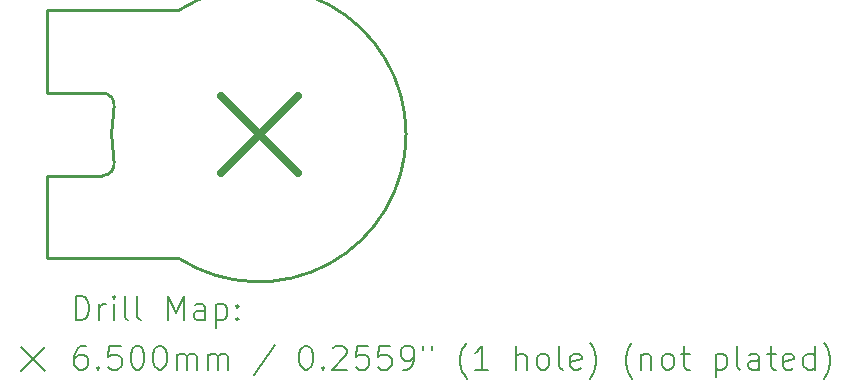
<source format=gbr>
%FSLAX45Y45*%
G04 Gerber Fmt 4.5, Leading zero omitted, Abs format (unit mm)*
G04 Created by KiCad (PCBNEW (6.0.0)) date 2022-07-17 22:10:55*
%MOMM*%
%LPD*%
G01*
G04 APERTURE LIST*
%TA.AperFunction,Profile*%
%ADD10C,0.250000*%
%TD*%
%ADD11C,0.200000*%
%ADD12C,0.650000*%
G04 APERTURE END LIST*
D10*
X20200000Y-15350000D02*
X20200000Y-16050000D01*
X20771620Y-14768518D02*
G75*
G03*
X20673350Y-14650000I-98270J18519D01*
G01*
X21320000Y-16050000D02*
X20200000Y-16050000D01*
X20771620Y-14768518D02*
G75*
G03*
X20771620Y-15231481I1228383J-231482D01*
G01*
X21320000Y-16050000D02*
G75*
G03*
X21320000Y-13950000I675305J1050000D01*
G01*
X21320000Y-13950000D02*
X20200000Y-13950000D01*
X20200000Y-13950000D02*
X20200000Y-14650000D01*
X20673350Y-15350000D02*
X20200000Y-15350000D01*
X20200000Y-14650000D02*
X20673350Y-14650000D01*
X20673350Y-15350000D02*
G75*
G03*
X20771620Y-15231481I0J100000D01*
G01*
D11*
D12*
X21675000Y-14675000D02*
X22325000Y-15325000D01*
X22325000Y-14675000D02*
X21675000Y-15325000D01*
D11*
X20445119Y-16571390D02*
X20445119Y-16371390D01*
X20492738Y-16371390D01*
X20521310Y-16380913D01*
X20540357Y-16399961D01*
X20549881Y-16419009D01*
X20559405Y-16457104D01*
X20559405Y-16485675D01*
X20549881Y-16523771D01*
X20540357Y-16542818D01*
X20521310Y-16561866D01*
X20492738Y-16571390D01*
X20445119Y-16571390D01*
X20645119Y-16571390D02*
X20645119Y-16438056D01*
X20645119Y-16476151D02*
X20654643Y-16457104D01*
X20664167Y-16447580D01*
X20683214Y-16438056D01*
X20702262Y-16438056D01*
X20768929Y-16571390D02*
X20768929Y-16438056D01*
X20768929Y-16371390D02*
X20759405Y-16380913D01*
X20768929Y-16390437D01*
X20778452Y-16380913D01*
X20768929Y-16371390D01*
X20768929Y-16390437D01*
X20892738Y-16571390D02*
X20873690Y-16561866D01*
X20864167Y-16542818D01*
X20864167Y-16371390D01*
X20997500Y-16571390D02*
X20978452Y-16561866D01*
X20968929Y-16542818D01*
X20968929Y-16371390D01*
X21226071Y-16571390D02*
X21226071Y-16371390D01*
X21292738Y-16514247D01*
X21359405Y-16371390D01*
X21359405Y-16571390D01*
X21540357Y-16571390D02*
X21540357Y-16466628D01*
X21530833Y-16447580D01*
X21511786Y-16438056D01*
X21473690Y-16438056D01*
X21454643Y-16447580D01*
X21540357Y-16561866D02*
X21521310Y-16571390D01*
X21473690Y-16571390D01*
X21454643Y-16561866D01*
X21445119Y-16542818D01*
X21445119Y-16523771D01*
X21454643Y-16504723D01*
X21473690Y-16495199D01*
X21521310Y-16495199D01*
X21540357Y-16485675D01*
X21635595Y-16438056D02*
X21635595Y-16638056D01*
X21635595Y-16447580D02*
X21654643Y-16438056D01*
X21692738Y-16438056D01*
X21711786Y-16447580D01*
X21721310Y-16457104D01*
X21730833Y-16476151D01*
X21730833Y-16533294D01*
X21721310Y-16552342D01*
X21711786Y-16561866D01*
X21692738Y-16571390D01*
X21654643Y-16571390D01*
X21635595Y-16561866D01*
X21816548Y-16552342D02*
X21826071Y-16561866D01*
X21816548Y-16571390D01*
X21807024Y-16561866D01*
X21816548Y-16552342D01*
X21816548Y-16571390D01*
X21816548Y-16447580D02*
X21826071Y-16457104D01*
X21816548Y-16466628D01*
X21807024Y-16457104D01*
X21816548Y-16447580D01*
X21816548Y-16466628D01*
X19987500Y-16800914D02*
X20187500Y-17000914D01*
X20187500Y-16800914D02*
X19987500Y-17000914D01*
X20530833Y-16791390D02*
X20492738Y-16791390D01*
X20473690Y-16800914D01*
X20464167Y-16810437D01*
X20445119Y-16839009D01*
X20435595Y-16877104D01*
X20435595Y-16953294D01*
X20445119Y-16972342D01*
X20454643Y-16981866D01*
X20473690Y-16991390D01*
X20511786Y-16991390D01*
X20530833Y-16981866D01*
X20540357Y-16972342D01*
X20549881Y-16953294D01*
X20549881Y-16905675D01*
X20540357Y-16886628D01*
X20530833Y-16877104D01*
X20511786Y-16867580D01*
X20473690Y-16867580D01*
X20454643Y-16877104D01*
X20445119Y-16886628D01*
X20435595Y-16905675D01*
X20635595Y-16972342D02*
X20645119Y-16981866D01*
X20635595Y-16991390D01*
X20626071Y-16981866D01*
X20635595Y-16972342D01*
X20635595Y-16991390D01*
X20826071Y-16791390D02*
X20730833Y-16791390D01*
X20721310Y-16886628D01*
X20730833Y-16877104D01*
X20749881Y-16867580D01*
X20797500Y-16867580D01*
X20816548Y-16877104D01*
X20826071Y-16886628D01*
X20835595Y-16905675D01*
X20835595Y-16953294D01*
X20826071Y-16972342D01*
X20816548Y-16981866D01*
X20797500Y-16991390D01*
X20749881Y-16991390D01*
X20730833Y-16981866D01*
X20721310Y-16972342D01*
X20959405Y-16791390D02*
X20978452Y-16791390D01*
X20997500Y-16800914D01*
X21007024Y-16810437D01*
X21016548Y-16829485D01*
X21026071Y-16867580D01*
X21026071Y-16915199D01*
X21016548Y-16953294D01*
X21007024Y-16972342D01*
X20997500Y-16981866D01*
X20978452Y-16991390D01*
X20959405Y-16991390D01*
X20940357Y-16981866D01*
X20930833Y-16972342D01*
X20921310Y-16953294D01*
X20911786Y-16915199D01*
X20911786Y-16867580D01*
X20921310Y-16829485D01*
X20930833Y-16810437D01*
X20940357Y-16800914D01*
X20959405Y-16791390D01*
X21149881Y-16791390D02*
X21168929Y-16791390D01*
X21187976Y-16800914D01*
X21197500Y-16810437D01*
X21207024Y-16829485D01*
X21216548Y-16867580D01*
X21216548Y-16915199D01*
X21207024Y-16953294D01*
X21197500Y-16972342D01*
X21187976Y-16981866D01*
X21168929Y-16991390D01*
X21149881Y-16991390D01*
X21130833Y-16981866D01*
X21121310Y-16972342D01*
X21111786Y-16953294D01*
X21102262Y-16915199D01*
X21102262Y-16867580D01*
X21111786Y-16829485D01*
X21121310Y-16810437D01*
X21130833Y-16800914D01*
X21149881Y-16791390D01*
X21302262Y-16991390D02*
X21302262Y-16858056D01*
X21302262Y-16877104D02*
X21311786Y-16867580D01*
X21330833Y-16858056D01*
X21359405Y-16858056D01*
X21378452Y-16867580D01*
X21387976Y-16886628D01*
X21387976Y-16991390D01*
X21387976Y-16886628D02*
X21397500Y-16867580D01*
X21416548Y-16858056D01*
X21445119Y-16858056D01*
X21464167Y-16867580D01*
X21473690Y-16886628D01*
X21473690Y-16991390D01*
X21568929Y-16991390D02*
X21568929Y-16858056D01*
X21568929Y-16877104D02*
X21578452Y-16867580D01*
X21597500Y-16858056D01*
X21626071Y-16858056D01*
X21645119Y-16867580D01*
X21654643Y-16886628D01*
X21654643Y-16991390D01*
X21654643Y-16886628D02*
X21664167Y-16867580D01*
X21683214Y-16858056D01*
X21711786Y-16858056D01*
X21730833Y-16867580D01*
X21740357Y-16886628D01*
X21740357Y-16991390D01*
X22130833Y-16781866D02*
X21959405Y-17039009D01*
X22387976Y-16791390D02*
X22407024Y-16791390D01*
X22426071Y-16800914D01*
X22435595Y-16810437D01*
X22445119Y-16829485D01*
X22454643Y-16867580D01*
X22454643Y-16915199D01*
X22445119Y-16953294D01*
X22435595Y-16972342D01*
X22426071Y-16981866D01*
X22407024Y-16991390D01*
X22387976Y-16991390D01*
X22368929Y-16981866D01*
X22359405Y-16972342D01*
X22349881Y-16953294D01*
X22340357Y-16915199D01*
X22340357Y-16867580D01*
X22349881Y-16829485D01*
X22359405Y-16810437D01*
X22368929Y-16800914D01*
X22387976Y-16791390D01*
X22540357Y-16972342D02*
X22549881Y-16981866D01*
X22540357Y-16991390D01*
X22530833Y-16981866D01*
X22540357Y-16972342D01*
X22540357Y-16991390D01*
X22626071Y-16810437D02*
X22635595Y-16800914D01*
X22654643Y-16791390D01*
X22702262Y-16791390D01*
X22721309Y-16800914D01*
X22730833Y-16810437D01*
X22740357Y-16829485D01*
X22740357Y-16848533D01*
X22730833Y-16877104D01*
X22616548Y-16991390D01*
X22740357Y-16991390D01*
X22921309Y-16791390D02*
X22826071Y-16791390D01*
X22816548Y-16886628D01*
X22826071Y-16877104D01*
X22845119Y-16867580D01*
X22892738Y-16867580D01*
X22911786Y-16877104D01*
X22921309Y-16886628D01*
X22930833Y-16905675D01*
X22930833Y-16953294D01*
X22921309Y-16972342D01*
X22911786Y-16981866D01*
X22892738Y-16991390D01*
X22845119Y-16991390D01*
X22826071Y-16981866D01*
X22816548Y-16972342D01*
X23111786Y-16791390D02*
X23016548Y-16791390D01*
X23007024Y-16886628D01*
X23016548Y-16877104D01*
X23035595Y-16867580D01*
X23083214Y-16867580D01*
X23102262Y-16877104D01*
X23111786Y-16886628D01*
X23121309Y-16905675D01*
X23121309Y-16953294D01*
X23111786Y-16972342D01*
X23102262Y-16981866D01*
X23083214Y-16991390D01*
X23035595Y-16991390D01*
X23016548Y-16981866D01*
X23007024Y-16972342D01*
X23216548Y-16991390D02*
X23254643Y-16991390D01*
X23273690Y-16981866D01*
X23283214Y-16972342D01*
X23302262Y-16943771D01*
X23311786Y-16905675D01*
X23311786Y-16829485D01*
X23302262Y-16810437D01*
X23292738Y-16800914D01*
X23273690Y-16791390D01*
X23235595Y-16791390D01*
X23216548Y-16800914D01*
X23207024Y-16810437D01*
X23197500Y-16829485D01*
X23197500Y-16877104D01*
X23207024Y-16896152D01*
X23216548Y-16905675D01*
X23235595Y-16915199D01*
X23273690Y-16915199D01*
X23292738Y-16905675D01*
X23302262Y-16896152D01*
X23311786Y-16877104D01*
X23387976Y-16791390D02*
X23387976Y-16829485D01*
X23464167Y-16791390D02*
X23464167Y-16829485D01*
X23759405Y-17067580D02*
X23749881Y-17058056D01*
X23730833Y-17029485D01*
X23721309Y-17010437D01*
X23711786Y-16981866D01*
X23702262Y-16934247D01*
X23702262Y-16896152D01*
X23711786Y-16848533D01*
X23721309Y-16819961D01*
X23730833Y-16800914D01*
X23749881Y-16772342D01*
X23759405Y-16762818D01*
X23940357Y-16991390D02*
X23826071Y-16991390D01*
X23883214Y-16991390D02*
X23883214Y-16791390D01*
X23864167Y-16819961D01*
X23845119Y-16839009D01*
X23826071Y-16848533D01*
X24178452Y-16991390D02*
X24178452Y-16791390D01*
X24264167Y-16991390D02*
X24264167Y-16886628D01*
X24254643Y-16867580D01*
X24235595Y-16858056D01*
X24207024Y-16858056D01*
X24187976Y-16867580D01*
X24178452Y-16877104D01*
X24387976Y-16991390D02*
X24368928Y-16981866D01*
X24359405Y-16972342D01*
X24349881Y-16953294D01*
X24349881Y-16896152D01*
X24359405Y-16877104D01*
X24368928Y-16867580D01*
X24387976Y-16858056D01*
X24416548Y-16858056D01*
X24435595Y-16867580D01*
X24445119Y-16877104D01*
X24454643Y-16896152D01*
X24454643Y-16953294D01*
X24445119Y-16972342D01*
X24435595Y-16981866D01*
X24416548Y-16991390D01*
X24387976Y-16991390D01*
X24568928Y-16991390D02*
X24549881Y-16981866D01*
X24540357Y-16962818D01*
X24540357Y-16791390D01*
X24721309Y-16981866D02*
X24702262Y-16991390D01*
X24664167Y-16991390D01*
X24645119Y-16981866D01*
X24635595Y-16962818D01*
X24635595Y-16886628D01*
X24645119Y-16867580D01*
X24664167Y-16858056D01*
X24702262Y-16858056D01*
X24721309Y-16867580D01*
X24730833Y-16886628D01*
X24730833Y-16905675D01*
X24635595Y-16924723D01*
X24797500Y-17067580D02*
X24807024Y-17058056D01*
X24826071Y-17029485D01*
X24835595Y-17010437D01*
X24845119Y-16981866D01*
X24854643Y-16934247D01*
X24854643Y-16896152D01*
X24845119Y-16848533D01*
X24835595Y-16819961D01*
X24826071Y-16800914D01*
X24807024Y-16772342D01*
X24797500Y-16762818D01*
X25159405Y-17067580D02*
X25149881Y-17058056D01*
X25130833Y-17029485D01*
X25121309Y-17010437D01*
X25111786Y-16981866D01*
X25102262Y-16934247D01*
X25102262Y-16896152D01*
X25111786Y-16848533D01*
X25121309Y-16819961D01*
X25130833Y-16800914D01*
X25149881Y-16772342D01*
X25159405Y-16762818D01*
X25235595Y-16858056D02*
X25235595Y-16991390D01*
X25235595Y-16877104D02*
X25245119Y-16867580D01*
X25264167Y-16858056D01*
X25292738Y-16858056D01*
X25311786Y-16867580D01*
X25321309Y-16886628D01*
X25321309Y-16991390D01*
X25445119Y-16991390D02*
X25426071Y-16981866D01*
X25416548Y-16972342D01*
X25407024Y-16953294D01*
X25407024Y-16896152D01*
X25416548Y-16877104D01*
X25426071Y-16867580D01*
X25445119Y-16858056D01*
X25473690Y-16858056D01*
X25492738Y-16867580D01*
X25502262Y-16877104D01*
X25511786Y-16896152D01*
X25511786Y-16953294D01*
X25502262Y-16972342D01*
X25492738Y-16981866D01*
X25473690Y-16991390D01*
X25445119Y-16991390D01*
X25568928Y-16858056D02*
X25645119Y-16858056D01*
X25597500Y-16791390D02*
X25597500Y-16962818D01*
X25607024Y-16981866D01*
X25626071Y-16991390D01*
X25645119Y-16991390D01*
X25864167Y-16858056D02*
X25864167Y-17058056D01*
X25864167Y-16867580D02*
X25883214Y-16858056D01*
X25921309Y-16858056D01*
X25940357Y-16867580D01*
X25949881Y-16877104D01*
X25959405Y-16896152D01*
X25959405Y-16953294D01*
X25949881Y-16972342D01*
X25940357Y-16981866D01*
X25921309Y-16991390D01*
X25883214Y-16991390D01*
X25864167Y-16981866D01*
X26073690Y-16991390D02*
X26054643Y-16981866D01*
X26045119Y-16962818D01*
X26045119Y-16791390D01*
X26235595Y-16991390D02*
X26235595Y-16886628D01*
X26226071Y-16867580D01*
X26207024Y-16858056D01*
X26168928Y-16858056D01*
X26149881Y-16867580D01*
X26235595Y-16981866D02*
X26216548Y-16991390D01*
X26168928Y-16991390D01*
X26149881Y-16981866D01*
X26140357Y-16962818D01*
X26140357Y-16943771D01*
X26149881Y-16924723D01*
X26168928Y-16915199D01*
X26216548Y-16915199D01*
X26235595Y-16905675D01*
X26302262Y-16858056D02*
X26378452Y-16858056D01*
X26330833Y-16791390D02*
X26330833Y-16962818D01*
X26340357Y-16981866D01*
X26359405Y-16991390D01*
X26378452Y-16991390D01*
X26521309Y-16981866D02*
X26502262Y-16991390D01*
X26464167Y-16991390D01*
X26445119Y-16981866D01*
X26435595Y-16962818D01*
X26435595Y-16886628D01*
X26445119Y-16867580D01*
X26464167Y-16858056D01*
X26502262Y-16858056D01*
X26521309Y-16867580D01*
X26530833Y-16886628D01*
X26530833Y-16905675D01*
X26435595Y-16924723D01*
X26702262Y-16991390D02*
X26702262Y-16791390D01*
X26702262Y-16981866D02*
X26683214Y-16991390D01*
X26645119Y-16991390D01*
X26626071Y-16981866D01*
X26616548Y-16972342D01*
X26607024Y-16953294D01*
X26607024Y-16896152D01*
X26616548Y-16877104D01*
X26626071Y-16867580D01*
X26645119Y-16858056D01*
X26683214Y-16858056D01*
X26702262Y-16867580D01*
X26778452Y-17067580D02*
X26787976Y-17058056D01*
X26807024Y-17029485D01*
X26816548Y-17010437D01*
X26826071Y-16981866D01*
X26835595Y-16934247D01*
X26835595Y-16896152D01*
X26826071Y-16848533D01*
X26816548Y-16819961D01*
X26807024Y-16800914D01*
X26787976Y-16772342D01*
X26778452Y-16762818D01*
M02*

</source>
